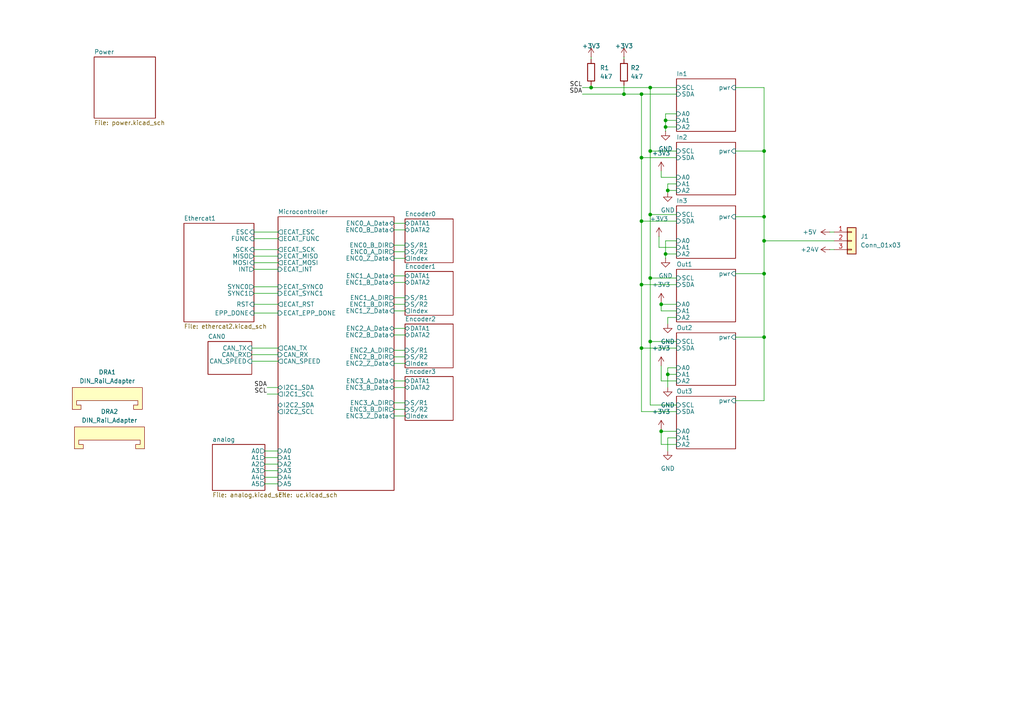
<source format=kicad_sch>
(kicad_sch (version 20231120) (generator "eeschema") (generator_version "8.0")
  (paper "A4")
  (lib_symbols
    (symbol "Connector_Generic:Conn_01x03" (pin_names (offset 1.016) hide)
      (property "Reference" "J" (at 0 5.08 0))
      (property "Value" "Conn_01x03" (at 0 -5.08 0))
      (symbol "Conn_01x03_1_1"
        (rectangle (start -1.27 -2.413) (end 0 -2.667) (stroke (width 0.1524)))
        (rectangle (start -1.27 0.127) (end 0 -0.127) (stroke (width 0.1524)))
        (rectangle (start -1.27 2.667) (end 0 2.413) (stroke (width 0.1524)))
        (rectangle (start -1.27 3.81) (end 1.27 -3.81) (stroke (width 0.254)) (fill (type background)))
        (pin passive line (at -5.08 2.54 0) (length 3.81) (name "Pin_1") (number "1"))
        (pin passive line (at -5.08 0 0) (length 3.81) (name "Pin_2") (number "2"))
        (pin passive line (at -5.08 -2.54 0) (length 3.81) (name "Pin_3") (number "3"))
      )
    )
    (symbol "Device:R" (pin_numbers hide) (pin_names (offset 0))
      (property "Reference" "R" (at 2.032 0 90))
      (property "Value" "R" (at 0 0 90))
      (symbol "R_0_1"
        (rectangle (start -1.016 -2.54) (end 1.016 2.54) (stroke (width 0.254)))
      )
      (symbol "R_1_1"
        (pin passive line (at 0 3.81 270) (length 1.27) (name "~") (number "1"))
        (pin passive line (at 0 -3.81 90) (length 1.27) (name "~") (number "2"))
      )
    )
    (symbol "Mechanical:DIN_Rail_Adapter" (exclude_from_sim yes)
      (property "Reference" "DRA" (at 0 6.35 0))
      (property "Value" "DIN_Rail_Adapter" (at 0 3.81 0))
      (symbol "DIN_Rail_Adapter_0_1"
        (polyline (pts (xy 10.16 2.54) (xy -10.16 2.54) (xy -10.16 -3.81) (xy -7.62 -3.81) (xy -7.62 -2.54) (xy -8.89 -2.54) (xy -8.89 -1.27) (xy 8.89 -1.27) (xy 8.89 -2.54) (xy 7.62 -2.54) (xy 7.62 -3.81) (xy 10.16 -3.81) (xy 10.16 2.54) (xy -10.16 2.54)) (fill (type background)))
      )
    )
    (symbol "power:+24V" (power) (pin_numbers hide) (pin_names (offset 0) hide)
      (property "Value" "+24V" (at 0 3.556 0))
      (symbol "+24V_0_1"
        (polyline (pts (xy -0.762 1.27) (xy 0 2.54)))
        (polyline (pts (xy 0 0) (xy 0 2.54)))
        (polyline (pts (xy 0 2.54) (xy 0.762 1.27)))
      )
      (symbol "+24V_1_1"
        (pin power_in line (at 0 0 90) (length 0) (name "~") (number "1"))
      )
    )
    (symbol "power:+3V3" (power) (pin_numbers hide) (pin_names (offset 0) hide)
      (property "Value" "+3V3" (at 0 3.556 0))
      (symbol "+3V3_0_1"
        (polyline (pts (xy -0.762 1.27) (xy 0 2.54)))
        (polyline (pts (xy 0 0) (xy 0 2.54)))
        (polyline (pts (xy 0 2.54) (xy 0.762 1.27)))
      )
      (symbol "+3V3_1_1"
        (pin power_in line (at 0 0 90) (length 0) (name "~") (number "1"))
      )
    )
    (symbol "power:+5V" (power) (pin_numbers hide) (pin_names (offset 0) hide)
      (property "Value" "+5V" (at 0 3.556 0))
      (symbol "+5V_0_1"
        (polyline (pts (xy -0.762 1.27) (xy 0 2.54)))
        (polyline (pts (xy 0 0) (xy 0 2.54)))
        (polyline (pts (xy 0 2.54) (xy 0.762 1.27)))
      )
      (symbol "+5V_1_1"
        (pin power_in line (at 0 0 90) (length 0) (name "~") (number "1"))
      )
    )
    (symbol "power:GND" (power) (pin_numbers hide) (pin_names (offset 0) hide)
      (property "Value" "GND" (at 0 -3.81 0))
      (symbol "GND_0_1"
        (polyline (pts (xy 0 0) (xy 0 -1.27) (xy 1.27 -1.27) (xy 0 -2.54) (xy -1.27 -1.27) (xy 0 -1.27)))
      )
      (symbol "GND_1_1"
        (pin power_in line (at 0 0 270) (length 0) (name "~") (number "1"))
      )
    )
  )
  (junction (at 221.615 79.375))
  (junction (at 180.975 27.305))
  (junction (at 188.595 43.815))
  (junction (at 221.615 97.79))
  (junction (at 186.055 64.135))
  (junction (at 188.595 99.06))
  (junction (at 191.77 88.265))
  (junction (at 191.77 125.095))
  (junction (at 221.615 43.815))
  (junction (at 193.04 36.83))
  (junction (at 171.45 25.4))
  (junction (at 193.04 34.925))
  (junction (at 193.675 108.585))
  (junction (at 221.615 62.865))
  (junction (at 186.055 82.55))
  (junction (at 221.615 69.85))
  (junction (at 193.675 55.245))
  (junction (at 188.595 80.645))
  (junction (at 186.055 100.965))
  (junction (at 186.055 27.305))
  (junction (at 188.595 62.23))
  (junction (at 186.055 45.72))
  (junction (at 193.04 73.66))
  (junction (at 188.595 25.4))
  (wire (pts (xy 196.215 92.075) (xy 193.675 92.075)))
  (wire (pts (xy 188.595 80.645) (xy 188.595 99.06)))
  (wire (pts (xy 188.595 43.815) (xy 188.595 62.23)))
  (wire (pts (xy 114.3 64.77) (xy 117.475 64.77)))
  (wire (pts (xy 196.215 128.905) (xy 191.77 128.905)))
  (wire (pts (xy 180.975 27.305) (xy 186.055 27.305)))
  (wire (pts (xy 114.3 88.265) (xy 117.475 88.265)))
  (wire (pts (xy 213.36 97.79) (xy 221.615 97.79)))
  (wire (pts (xy 221.615 116.205) (xy 213.36 116.205)))
  (wire (pts (xy 186.055 27.305) (xy 186.055 45.72)))
  (wire (pts (xy 193.675 108.585) (xy 193.675 112.395)))
  (wire (pts (xy 73.66 69.215) (xy 80.645 69.215)))
  (wire (pts (xy 114.3 95.25) (xy 117.475 95.25)))
  (wire (pts (xy 168.91 25.4) (xy 171.45 25.4)))
  (wire (pts (xy 193.675 92.075) (xy 193.675 93.98)))
  (wire (pts (xy 213.36 43.815) (xy 221.615 43.815)))
  (wire (pts (xy 77.47 114.3) (xy 80.645 114.3)))
  (wire (pts (xy 241.935 69.85) (xy 221.615 69.85)))
  (wire (pts (xy 191.77 125.095) (xy 196.215 125.095)))
  (wire (pts (xy 114.3 81.915) (xy 117.475 81.915)))
  (wire (pts (xy 191.135 71.755) (xy 191.135 68.58)))
  (wire (pts (xy 240.665 67.31) (xy 241.935 67.31)))
  (wire (pts (xy 186.055 100.965) (xy 186.055 119.38)))
  (wire (pts (xy 196.215 27.305) (xy 186.055 27.305)))
  (wire (pts (xy 114.3 118.745) (xy 117.475 118.745)))
  (wire (pts (xy 193.675 55.245) (xy 196.215 55.245)))
  (wire (pts (xy 180.975 24.765) (xy 180.975 27.305)))
  (wire (pts (xy 114.3 116.84) (xy 117.475 116.84)))
  (wire (pts (xy 114.3 90.17) (xy 117.475 90.17)))
  (wire (pts (xy 188.595 99.06) (xy 196.215 99.06)))
  (wire (pts (xy 186.055 64.135) (xy 186.055 82.55)))
  (wire (pts (xy 73.66 85.09) (xy 80.645 85.09)))
  (wire (pts (xy 114.3 80.01) (xy 117.475 80.01)))
  (wire (pts (xy 114.3 97.155) (xy 117.475 97.155)))
  (wire (pts (xy 73.66 83.185) (xy 80.645 83.185)))
  (wire (pts (xy 188.595 80.645) (xy 196.215 80.645)))
  (wire (pts (xy 76.835 130.81) (xy 80.645 130.81)))
  (wire (pts (xy 114.3 103.505) (xy 117.475 103.505)))
  (wire (pts (xy 76.835 132.715) (xy 80.645 132.715)))
  (wire (pts (xy 171.45 25.4) (xy 188.595 25.4)))
  (wire (pts (xy 73.025 100.965) (xy 80.645 100.965)))
  (wire (pts (xy 73.66 67.31) (xy 80.645 67.31)))
  (wire (pts (xy 193.675 55.245) (xy 193.675 55.88)))
  (wire (pts (xy 221.615 97.79) (xy 221.615 116.205)))
  (wire (pts (xy 76.835 140.335) (xy 80.645 140.335)))
  (wire (pts (xy 196.215 51.435) (xy 191.77 51.435)))
  (wire (pts (xy 193.04 73.66) (xy 196.215 73.66)))
  (wire (pts (xy 193.675 53.34) (xy 193.675 55.245)))
  (wire (pts (xy 213.36 79.375) (xy 221.615 79.375)))
  (wire (pts (xy 193.04 33.02) (xy 193.04 34.925)))
  (wire (pts (xy 193.04 36.83) (xy 193.04 38.1)))
  (wire (pts (xy 196.215 108.585) (xy 193.675 108.585)))
  (wire (pts (xy 77.47 112.395) (xy 80.645 112.395)))
  (wire (pts (xy 73.025 104.775) (xy 80.645 104.775)))
  (wire (pts (xy 196.215 71.755) (xy 191.135 71.755)))
  (wire (pts (xy 188.595 25.4) (xy 188.595 43.815)))
  (wire (pts (xy 188.595 43.815) (xy 196.215 43.815)))
  (wire (pts (xy 188.595 117.475) (xy 188.595 99.06)))
  (wire (pts (xy 240.665 72.39) (xy 241.935 72.39)))
  (wire (pts (xy 73.66 76.2) (xy 80.645 76.2)))
  (wire (pts (xy 196.215 45.72) (xy 186.055 45.72)))
  (wire (pts (xy 73.66 72.39) (xy 80.645 72.39)))
  (wire (pts (xy 196.215 127) (xy 193.675 127)))
  (wire (pts (xy 73.025 102.87) (xy 80.645 102.87)))
  (wire (pts (xy 196.215 106.68) (xy 193.675 106.68)))
  (wire (pts (xy 193.04 69.85) (xy 193.04 73.66)))
  (wire (pts (xy 221.615 25.4) (xy 221.615 43.815)))
  (wire (pts (xy 188.595 62.23) (xy 188.595 80.645)))
  (wire (pts (xy 196.215 90.17) (xy 191.77 90.17)))
  (wire (pts (xy 188.595 62.23) (xy 196.215 62.23)))
  (wire (pts (xy 168.91 27.305) (xy 180.975 27.305)))
  (wire (pts (xy 73.66 88.265) (xy 80.645 88.265)))
  (wire (pts (xy 193.04 34.925) (xy 193.04 36.83)))
  (wire (pts (xy 186.055 64.135) (xy 196.215 64.135)))
  (wire (pts (xy 221.615 62.865) (xy 221.615 69.85)))
  (wire (pts (xy 114.3 101.6) (xy 117.475 101.6)))
  (wire (pts (xy 114.3 120.65) (xy 117.475 120.65)))
  (wire (pts (xy 196.215 25.4) (xy 188.595 25.4)))
  (wire (pts (xy 221.615 69.85) (xy 221.615 79.375)))
  (wire (pts (xy 114.3 71.12) (xy 117.475 71.12)))
  (wire (pts (xy 193.04 36.83) (xy 196.215 36.83)))
  (wire (pts (xy 114.3 86.36) (xy 117.475 86.36)))
  (wire (pts (xy 76.835 134.62) (xy 80.645 134.62)))
  (wire (pts (xy 114.3 66.675) (xy 117.475 66.675)))
  (wire (pts (xy 191.77 51.435) (xy 191.77 49.53)))
  (wire (pts (xy 73.66 74.295) (xy 80.645 74.295)))
  (wire (pts (xy 186.055 45.72) (xy 186.055 64.135)))
  (wire (pts (xy 171.45 16.51) (xy 171.45 17.145)))
  (wire (pts (xy 193.675 106.68) (xy 193.675 108.585)))
  (wire (pts (xy 213.36 25.4) (xy 221.615 25.4)))
  (wire (pts (xy 191.77 110.49) (xy 191.77 106.045)))
  (wire (pts (xy 186.055 82.55) (xy 196.215 82.55)))
  (wire (pts (xy 193.675 127) (xy 193.675 130.81)))
  (wire (pts (xy 193.04 34.925) (xy 196.215 34.925)))
  (wire (pts (xy 114.3 112.395) (xy 117.475 112.395)))
  (wire (pts (xy 171.45 24.765) (xy 171.45 25.4)))
  (wire (pts (xy 186.055 119.38) (xy 196.215 119.38)))
  (wire (pts (xy 186.055 82.55) (xy 186.055 100.965)))
  (wire (pts (xy 73.66 78.105) (xy 80.645 78.105)))
  (wire (pts (xy 191.77 90.17) (xy 191.77 88.265)))
  (wire (pts (xy 180.975 16.51) (xy 180.975 17.145)))
  (wire (pts (xy 213.36 62.865) (xy 221.615 62.865)))
  (wire (pts (xy 76.835 138.43) (xy 80.645 138.43)))
  (wire (pts (xy 73.66 90.805) (xy 80.645 90.805)))
  (wire (pts (xy 196.215 110.49) (xy 191.77 110.49)))
  (wire (pts (xy 193.04 73.66) (xy 193.04 74.93)))
  (wire (pts (xy 76.835 136.525) (xy 80.645 136.525)))
  (wire (pts (xy 114.3 74.93) (xy 117.475 74.93)))
  (wire (pts (xy 191.77 88.265) (xy 191.77 87.63)))
  (wire (pts (xy 221.615 43.815) (xy 221.615 62.865)))
  (wire (pts (xy 196.215 53.34) (xy 193.675 53.34)))
  (wire (pts (xy 196.215 69.85) (xy 193.04 69.85)))
  (wire (pts (xy 191.77 125.095) (xy 191.77 124.46)))
  (wire (pts (xy 114.3 73.025) (xy 117.475 73.025)))
  (wire (pts (xy 186.055 100.965) (xy 196.215 100.965)))
  (wire (pts (xy 191.77 128.905) (xy 191.77 125.095)))
  (wire (pts (xy 196.215 33.02) (xy 193.04 33.02)))
  (wire (pts (xy 114.3 105.41) (xy 117.475 105.41)))
  (wire (pts (xy 114.3 110.49) (xy 117.475 110.49)))
  (wire (pts (xy 221.615 79.375) (xy 221.615 97.79)))
  (wire (pts (xy 196.215 88.265) (xy 191.77 88.265)))
  (wire (pts (xy 196.215 117.475) (xy 188.595 117.475)))
  (label "SDA" (at 168.91 27.305 180))
  (label "SDA" (at 77.47 112.395 180))
  (label "SCL" (at 77.47 114.3 180))
  (label "SCL" (at 168.91 25.4 180))
  (symbol (lib_id "power:+3V3") (at 191.77 87.63 0) (unit 1)
    (property "Reference" "#PWR05" (effects (hide yes)))
    (property "Value" "+3V3" (at 191.77 82.55 0))
    (property "Description" "Power symbol creates a global label with name \"+3V3\"" (effects (hide yes)))
  )
  (symbol (lib_id "power:+3V3") (at 171.45 16.51 0) (unit 1)
    (property "Reference" "#PWR01" (effects (hide yes)))
    (property "Value" "+3V3" (at 171.45 13.335 0))
    (property "Description" "Power symbol creates a global label with name \"+3V3\"" (effects (hide yes)))
  )
  (symbol (lib_id "Device:R") (at 180.975 20.955 180) (unit 1)
    (property "Reference" "R2" (at 182.88 19.6849 0) (effects (justify right)))
    (property "Value" "4k7" (at 182.88 22.2249 0) (effects (justify right)))
    (property "Footprint" "Resistor_SMD:R_0402_1005Metric" (effects (hide yes)))
    (property "Description" "Resistor" (effects (hide yes)))
    (property "LCSC Part #" "C25900" (effects (hide yes)))
  )
  (symbol (lib_id "power:GND") (at 193.675 55.88 0) (unit 1)
    (property "Reference" "#PWR010" (effects (hide yes)))
    (property "Value" "GND" (at 193.675 60.96 0))
    (property "Description" "Power symbol creates a global label with name \"GND\" , ground" (effects (hide yes)))
  )
  (symbol (lib_id "power:+3V3") (at 191.77 124.46 0) (unit 1)
    (property "Reference" "#PWR07" (effects (hide yes)))
    (property "Value" "+3V3" (at 191.77 119.38 0))
    (property "Description" "Power symbol creates a global label with name \"+3V3\"" (effects (hide yes)))
  )
  (symbol (lib_id "power:GND") (at 193.675 112.395 0) (unit 1)
    (property "Reference" "#PWR012" (effects (hide yes)))
    (property "Value" "GND" (at 193.675 117.475 0))
    (property "Description" "Power symbol creates a global label with name \"GND\" , ground" (effects (hide yes)))
  )
  (symbol (lib_id "power:GND") (at 193.04 74.93 0) (unit 1)
    (property "Reference" "#PWR09" (effects (hide yes)))
    (property "Value" "GND" (at 193.04 80.01 0))
    (property "Description" "Power symbol creates a global label with name \"GND\" , ground" (effects (hide yes)))
  )
  (symbol (lib_id "Device:R") (at 171.45 20.955 180) (unit 1)
    (property "Reference" "R1" (at 173.99 19.6849 0) (effects (justify right)))
    (property "Value" "4k7" (at 173.99 22.2249 0) (effects (justify right)))
    (property "Footprint" "Resistor_SMD:R_0402_1005Metric" (effects (hide yes)))
    (property "Description" "Resistor" (effects (hide yes)))
    (property "LCSC Part #" "C25900" (effects (hide yes)))
  )
  (symbol (lib_id "power:+24V") (at 240.665 72.39 90) (unit 1)
    (property "Reference" "#PWR014" (effects (hide yes)))
    (property "Value" "+24V" (at 237.49 72.3899 90) (effects (justify left)))
    (property "Description" "Power symbol creates a global label with name \"+24V\"" (effects (hide yes)))
  )
  (symbol (lib_id "Connector_Generic:Conn_01x03") (at 247.015 69.85 0) (unit 1) (in_bom no)
    (property "Reference" "J1" (at 249.555 68.5799 0) (effects (justify left)))
    (property "Value" "Conn_01x03" (at 249.555 71.1199 0) (effects (justify left)))
    (property "Footprint" "Connector_PinHeader_2.54mm:PinHeader_1x03_P2.54mm_Vertical_SMD_Pin1Right" (effects (hide yes)))
    (property "Description" "Generic connector, single row, 01x03, script generated (kicad-library-utils/schlib/autogen/connector/)" (effects (hide yes)))
    (property "JLC" "C780061" (effects (hide yes)))
    (property "JLCRotOffset" "-90" (effects (hide yes)))
  )
  (symbol (lib_id "power:+3V3") (at 180.975 16.51 0) (unit 1)
    (property "Reference" "#PWR02" (effects (hide yes)))
    (property "Value" "+3V3" (at 180.975 13.335 0))
    (property "Description" "Power symbol creates a global label with name \"+3V3\"" (effects (hide yes)))
  )
  (symbol (lib_id "power:GND") (at 193.04 38.1 0) (unit 1)
    (property "Reference" "#PWR08" (effects (hide yes)))
    (property "Value" "GND" (at 193.04 43.18 0))
    (property "Description" "Power symbol creates a global label with name \"GND\" , ground" (effects (hide yes)))
  )
  (symbol (lib_id "power:GND") (at 193.675 130.81 0) (unit 1)
    (property "Reference" "#PWR013" (effects (hide yes)))
    (property "Value" "GND" (at 193.675 135.89 0))
    (property "Description" "Power symbol creates a global label with name \"GND\" , ground" (effects (hide yes)))
  )
  (symbol (lib_id "power:GND") (at 193.675 93.98 0) (unit 1)
    (property "Reference" "#PWR011" (effects (hide yes)))
    (property "Value" "GND" (at 193.675 99.06 0))
    (property "Description" "Power symbol creates a global label with name \"GND\" , ground" (effects (hide yes)))
  )
  (symbol (lib_id "power:+3V3") (at 191.135 68.58 0) (unit 1)
    (property "Reference" "#PWR03" (effects (hide yes)))
    (property "Value" "+3V3" (at 191.135 63.5 0))
    (property "Description" "Power symbol creates a global label with name \"+3V3\"" (effects (hide yes)))
  )
  (symbol (lib_id "power:+3V3") (at 191.77 49.53 0) (unit 1)
    (property "Reference" "#PWR04" (effects (hide yes)))
    (property "Value" "+3V3" (at 191.77 44.45 0))
    (property "Description" "Power symbol creates a global label with name \"+3V3\"" (effects (hide yes)))
  )
  (symbol (lib_id "Mechanical:DIN_Rail_Adapter") (at 31.75 126.365 0) (unit 1) (exclude_from_sim yes) (in_bom no)
    (property "Reference" "DRA2" (at 31.75 119.38 0))
    (property "Value" "DIN_Rail_Adapter" (at 31.75 121.92 0))
    (property "Footprint" "JLCFootprints:DINRailAdapter_3xM3_PhoenixContact_1201578" (effects (hide yes)))
    (property "Description" "DIN Rail adapter universal, mounting holes without connection" (effects (hide yes)))
  )
  (symbol (lib_id "power:+3V3") (at 191.77 106.045 0) (unit 1)
    (property "Reference" "#PWR06" (effects (hide yes)))
    (property "Value" "+3V3" (at 191.77 100.965 0))
    (property "Description" "Power symbol creates a global label with name \"+3V3\"" (effects (hide yes)))
  )
  (symbol (lib_id "Mechanical:DIN_Rail_Adapter") (at 31.115 114.935 0) (unit 1) (exclude_from_sim yes) (in_bom no)
    (property "Reference" "DRA1" (at 31.115 107.95 0))
    (property "Value" "DIN_Rail_Adapter" (at 31.115 110.49 0))
    (property "Footprint" "JLCFootprints:DINRailAdapter_3xM3_PhoenixContact_1201578" (effects (hide yes)))
    (property "Description" "DIN Rail adapter universal, mounting holes without connection" (effects (hide yes)))
  )
  (symbol (lib_id "power:+5V") (at 240.665 67.31 90) (unit 1)
    (property "Reference" "#PWR015" (effects (hide yes)))
    (property "Value" "+5V" (at 236.855 67.3099 90) (effects (justify left)))
    (property "Description" "Power symbol creates a global label with name \"+5V\"" (effects (hide yes)))
  )
  (sheet (at 196.215 59.69) (size 17.145 15.24) (stroke (width 0.1524))
    (property "Sheetname" "In3" (at 196.215 58.9784 0) (effects (justify left bottom)))
    (property "Sheetfile" "digIn.kicad_sch" (effects (hide yes)))
    (pin "A1" input (at 196.215 71.755 180))
    (pin "A0" input (at 196.215 69.85 180))
    (pin "A2" input (at 196.215 73.66 180))
    (pin "SCL" input (at 196.215 62.23 180))
    (pin "SDA" input (at 196.215 64.135 180))
    (pin "pwr" input (at 213.36 62.865 0))
  )
  (sheet (at 60.325 99.06) (size 12.7 9.525) (stroke (width 0.1524))
    (property "Sheetname" "CAN0" (at 60.325 98.3484 0) (effects (justify left bottom)))
    (property "Sheetfile" "can.kicad_sch" (effects (hide yes)))
    (pin "CAN_RX" output (at 73.025 102.87 0))
    (pin "CAN_TX" input (at 73.025 100.965 0))
    (pin "CAN_SPEED" input (at 73.025 104.775 0))
  )
  (sheet (at 196.215 41.275) (size 17.145 15.24) (stroke (width 0.1524))
    (property "Sheetname" "In2" (at 196.215 40.5634 0) (effects (justify left bottom)))
    (property "Sheetfile" "digIn.kicad_sch" (effects (hide yes)))
    (pin "A1" input (at 196.215 53.34 180))
    (pin "A0" input (at 196.215 51.435 180))
    (pin "A2" input (at 196.215 55.245 180))
    (pin "SCL" input (at 196.215 43.815 180))
    (pin "SDA" input (at 196.215 45.72 180))
    (pin "pwr" input (at 213.36 43.815 0))
  )
  (sheet (at 117.475 78.74) (size 13.97 12.7) (stroke (width 0.1524))
    (property "Sheetname" "Encoder1" (at 117.475 78.0284 0) (effects (justify left bottom)))
    (property "Sheetfile" "encoderIn.kicad_sch" (effects (hide yes)))
    (pin "DATA2" bidirectional (at 117.475 81.915 180))
    (pin "S{slash}R2" input (at 117.475 88.265 180))
    (pin "S{slash}R1" input (at 117.475 86.36 180))
    (pin "DATA1" bidirectional (at 117.475 80.01 180))
    (pin "Index" output (at 117.475 90.17 180))
  )
  (sheet (at 196.215 78.105) (size 17.145 15.24) (stroke (width 0.1524))
    (property "Sheetname" "Out1" (at 196.215 77.3934 0) (effects (justify left bottom)))
    (property "Sheetfile" "digOut.kicad_sch" (effects (hide yes)))
    (pin "pwr" input (at 213.36 79.375 0))
    (pin "A0" input (at 196.215 88.265 180))
    (pin "A1" input (at 196.215 90.17 180))
    (pin "A2" input (at 196.215 92.075 180))
    (pin "SCL" input (at 196.215 80.645 180))
    (pin "SDA" input (at 196.215 82.55 180))
  )
  (sheet (at 27.305 16.51) (size 17.78 17.78) (stroke (width 0.1524))
    (property "Sheetname" "Power" (at 27.305 15.7984 0) (effects (justify left bottom)))
    (property "Sheetfile" "power.kicad_sch" (at 27.305 34.8746 0) (effects (justify left top)))
  )
  (sheet (at 117.475 93.98) (size 13.97 12.7) (stroke (width 0.1524))
    (property "Sheetname" "Encoder2" (at 117.475 93.2684 0) (effects (justify left bottom)))
    (property "Sheetfile" "encoderIn.kicad_sch" (effects (hide yes)))
    (pin "DATA2" bidirectional (at 117.475 97.155 180))
    (pin "S{slash}R2" input (at 117.475 103.505 180))
    (pin "S{slash}R1" input (at 117.475 101.6 180))
    (pin "DATA1" bidirectional (at 117.475 95.25 180))
    (pin "Index" output (at 117.475 105.41 180))
  )
  (sheet (at 196.215 114.935) (size 17.145 15.24) (stroke (width 0.1524))
    (property "Sheetname" "Out3" (at 196.215 114.2234 0) (effects (justify left bottom)))
    (property "Sheetfile" "digOut.kicad_sch" (effects (hide yes)))
    (pin "pwr" input (at 213.36 116.205 0))
    (pin "A0" input (at 196.215 125.095 180))
    (pin "A1" input (at 196.215 127 180))
    (pin "A2" input (at 196.215 128.905 180))
    (pin "SCL" input (at 196.215 117.475 180))
    (pin "SDA" input (at 196.215 119.38 180))
  )
  (sheet (at 117.475 109.22) (size 13.97 12.7) (stroke (width 0.1524))
    (property "Sheetname" "Encoder3" (at 117.475 108.5084 0) (effects (justify left bottom)))
    (property "Sheetfile" "encoderIn.kicad_sch" (effects (hide yes)))
    (pin "DATA2" bidirectional (at 117.475 112.395 180))
    (pin "S{slash}R2" input (at 117.475 118.745 180))
    (pin "S{slash}R1" input (at 117.475 116.84 180))
    (pin "DATA1" bidirectional (at 117.475 110.49 180))
    (pin "Index" output (at 117.475 120.65 180))
  )
  (sheet (at 196.215 22.86) (size 17.145 15.24) (stroke (width 0.1524))
    (property "Sheetname" "In1" (at 196.215 22.1484 0) (effects (justify left bottom)))
    (property "Sheetfile" "digIn.kicad_sch" (effects (hide yes)))
    (pin "A1" input (at 196.215 34.925 180))
    (pin "A0" input (at 196.215 33.02 180))
    (pin "A2" input (at 196.215 36.83 180))
    (pin "SCL" input (at 196.215 25.4 180))
    (pin "SDA" input (at 196.215 27.305 180))
    (pin "pwr" input (at 213.36 25.4 0))
  )
  (sheet (at 80.645 62.865) (size 33.655 79.375) (stroke (width 0.1524))
    (property "Sheetname" "Microcontroller" (at 80.645 62.1534 0) (effects (justify left bottom)))
    (property "Sheetfile" "uc.kicad_sch" (at 80.645 142.8246 0) (effects (justify left top)))
    (pin "ENC1_A_Data" bidirectional (at 114.3 80.01 0))
    (pin "ECAT_MISO" input (at 80.645 74.295 180))
    (pin "ECAT_MOSI" output (at 80.645 76.2 180))
    (pin "ENC0_B_Data" bidirectional (at 114.3 66.675 0))
    (pin "ECAT_EPP_DONE" input (at 80.645 90.805 180))
    (pin "ECAT_RST" output (at 80.645 88.265 180))
    (pin "ENC0_A_Data" bidirectional (at 114.3 64.77 0))
    (pin "ENC2_A_Data" bidirectional (at 114.3 95.25 0))
    (pin "ENC2_B_Data" bidirectional (at 114.3 97.155 0))
    (pin "ENC1_B_Data" bidirectional (at 114.3 81.915 0))
    (pin "CAN_TX" output (at 80.645 100.965 180))
    (pin "I2C2_SDA" bidirectional (at 80.645 117.475 180))
    (pin "CAN_RX" input (at 80.645 102.87 180))
    (pin "ENC3_A_Data" bidirectional (at 114.3 110.49 0))
    (pin "ENC2_B_DIR" output (at 114.3 103.505 0))
    (pin "ENC3_B_DIR" output (at 114.3 118.745 0))
    (pin "ENC3_B_Data" bidirectional (at 114.3 112.395 0))
    (pin "ENC1_B_DIR" output (at 114.3 88.265 0))
    (pin "ENC3_A_DIR" output (at 114.3 116.84 0))
    (pin "ENC0_B_DIR" output (at 114.3 71.12 0))
    (pin "ECAT_FUNC" output (at 80.645 69.215 180))
    (pin "ECAT_ESC" output (at 80.645 67.31 180))
    (pin "I2C2_SCL" output (at 80.645 119.38 180))
    (pin "I2C1_SDA" bidirectional (at 80.645 112.395 180))
    (pin "I2C1_SCL" output (at 80.645 114.3 180))
    (pin "ENC2_Z_Data" input (at 114.3 105.41 0))
    (pin "ENC3_Z_Data" input (at 114.3 120.65 0))
    (pin "ENC0_A_DIR" output (at 114.3 73.025 0))
    (pin "ENC1_A_DIR" output (at 114.3 86.36 0))
    (pin "ENC2_A_DIR" output (at 114.3 101.6 0))
    (pin "ENC0_Z_Data" input (at 114.3 74.93 0))
    (pin "ENC1_Z_Data" input (at 114.3 90.17 0))
    (pin "ECAT_INT" input (at 80.645 78.105 180))
    (pin "ECAT_SYNC1" input (at 80.645 85.09 180))
    (pin "ECAT_SYNC0" input (at 80.645 83.185 180))
    (pin "ECAT_SCK" output (at 80.645 72.39 180))
    (pin "CAN_SPEED" output (at 80.645 104.775 180))
    (pin "A3" input (at 80.645 136.525 180))
    (pin "A4" input (at 80.645 138.43 180))
    (pin "A5" input (at 80.645 140.335 180))
    (pin "A1" input (at 80.645 132.715 180))
    (pin "A0" input (at 80.645 130.81 180))
    (pin "A2" input (at 80.645 134.62 180))
  )
  (sheet (at 117.475 63.5) (size 13.97 12.7) (stroke (width 0.1524))
    (property "Sheetname" "Encoder0" (at 117.475 62.7884 0) (effects (justify left bottom)))
    (property "Sheetfile" "encoderIn.kicad_sch" (effects (hide yes)))
    (pin "DATA2" bidirectional (at 117.475 66.675 180))
    (pin "S{slash}R2" input (at 117.475 73.025 180))
    (pin "S{slash}R1" input (at 117.475 71.12 180))
    (pin "DATA1" bidirectional (at 117.475 64.77 180))
    (pin "Index" output (at 117.475 74.93 180))
  )
  (sheet (at 61.595 128.905) (size 15.24 13.335) (stroke (width 0.1524))
    (property "Sheetname" "analog" (at 61.595 128.1934 0) (effects (justify left bottom)))
    (property "Sheetfile" "analog.kicad_sch" (at 61.595 142.8246 0) (effects (justify left top)))
    (pin "A0" output (at 76.835 130.81 0))
    (pin "A1" output (at 76.835 132.715 0))
    (pin "A2" output (at 76.835 134.62 0))
    (pin "A5" output (at 76.835 140.335 0))
    (pin "A3" output (at 76.835 136.525 0))
    (pin "A4" output (at 76.835 138.43 0))
  )
  (sheet (at 53.34 64.77) (size 20.32 28.575) (stroke (width 0.1524))
    (property "Sheetname" "Ethercat1" (at 53.34 64.0584 0) (effects (justify left bottom)))
    (property "Sheetfile" "ethercat2.kicad_sch" (at 53.34 93.9296 0) (effects (justify left top)))
    (pin "ESC" input (at 73.66 67.31 0))
    (pin "FUNC" input (at 73.66 69.215 0))
    (pin "SCK" input (at 73.66 72.39 0))
    (pin "INT" output (at 73.66 78.105 0))
    (pin "RST" input (at 73.66 88.265 0))
    (pin "EPP_DONE" input (at 73.66 90.805 0))
    (pin "SYNC0" output (at 73.66 83.185 0))
    (pin "SYNC1" output (at 73.66 85.09 0))
    (pin "MISO" output (at 73.66 74.295 0))
    (pin "MOSI" input (at 73.66 76.2 0))
  )
  (sheet (at 196.215 96.52) (size 17.145 15.24) (stroke (width 0.1524))
    (property "Sheetname" "Out2" (at 196.215 95.8084 0) (effects (justify left bottom)))
    (property "Sheetfile" "digOut.kicad_sch" (effects (hide yes)))
    (pin "pwr" input (at 213.36 97.79 0))
    (pin "A0" input (at 196.215 106.68 180))
    (pin "A1" input (at 196.215 108.585 180))
    (pin "A2" input (at 196.215 110.49 180))
    (pin "SCL" input (at 196.215 99.06 180))
    (pin "SDA" input (at 196.215 100.965 180))
  )
)
</source>
